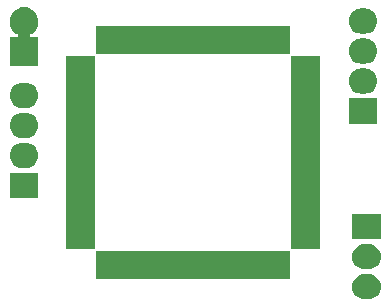
<source format=gbr>
G04 #@! TF.GenerationSoftware,KiCad,Pcbnew,6.0.0-rc1-unknown-1088786~66~ubuntu16.04.1*
G04 #@! TF.CreationDate,2018-12-29T10:22:54+01:00
G04 #@! TF.ProjectId,audi_concert1_chorus1_volume_fix,61756469-5f63-46f6-9e63-657274315f63,rev?*
G04 #@! TF.SameCoordinates,Original*
G04 #@! TF.FileFunction,Soldermask,Bot*
G04 #@! TF.FilePolarity,Negative*
%FSLAX46Y46*%
G04 Gerber Fmt 4.6, Leading zero omitted, Abs format (unit mm)*
G04 Created by KiCad (PCBNEW 6.0.0-rc1-unknown-1088786~66~ubuntu16.04.1) date So 29. december 2018, 10:22:54 CET*
%MOMM*%
%LPD*%
G04 APERTURE LIST*
%ADD10C,0.050000*%
G04 APERTURE END LIST*
D10*
G36*
X194975703Y-117036389D02*
G01*
X195176191Y-117097207D01*
X195360964Y-117195969D01*
X195522918Y-117328882D01*
X195655831Y-117490836D01*
X195754593Y-117675609D01*
X195815411Y-117876097D01*
X195835946Y-118084600D01*
X195815411Y-118293103D01*
X195754593Y-118493591D01*
X195655831Y-118678364D01*
X195522918Y-118840318D01*
X195360964Y-118973231D01*
X195176191Y-119071993D01*
X194975703Y-119132811D01*
X194819451Y-119148200D01*
X194410149Y-119148200D01*
X194253897Y-119132811D01*
X194053409Y-119071993D01*
X193868636Y-118973231D01*
X193706682Y-118840318D01*
X193573769Y-118678364D01*
X193475007Y-118493591D01*
X193414189Y-118293103D01*
X193393654Y-118084600D01*
X193414189Y-117876097D01*
X193475007Y-117675609D01*
X193573769Y-117490836D01*
X193706682Y-117328882D01*
X193868636Y-117195969D01*
X194053409Y-117097207D01*
X194253897Y-117036389D01*
X194410149Y-117021000D01*
X194819451Y-117021000D01*
X194975703Y-117036389D01*
X194975703Y-117036389D01*
G37*
G36*
X188155601Y-115031400D02*
G01*
X188155601Y-117446400D01*
X171753601Y-117446400D01*
X171753601Y-115031400D01*
X171751744Y-115012543D01*
X171770601Y-115014400D01*
X188138601Y-115014400D01*
X188157458Y-115012543D01*
X188155601Y-115031400D01*
X188155601Y-115031400D01*
G37*
G36*
X194975703Y-114496389D02*
G01*
X195176191Y-114557207D01*
X195360964Y-114655969D01*
X195522918Y-114788882D01*
X195655831Y-114950836D01*
X195754593Y-115135609D01*
X195815411Y-115336097D01*
X195835946Y-115544600D01*
X195815411Y-115753103D01*
X195754593Y-115953591D01*
X195655831Y-116138364D01*
X195522918Y-116300318D01*
X195360964Y-116433231D01*
X195176191Y-116531993D01*
X194975703Y-116592811D01*
X194819451Y-116608200D01*
X194410149Y-116608200D01*
X194253897Y-116592811D01*
X194053409Y-116531993D01*
X193868636Y-116433231D01*
X193706682Y-116300318D01*
X193573769Y-116138364D01*
X193475007Y-115953591D01*
X193414189Y-115753103D01*
X193393654Y-115544600D01*
X193414189Y-115336097D01*
X193475007Y-115135609D01*
X193573769Y-114950836D01*
X193706682Y-114788882D01*
X193868636Y-114655969D01*
X194053409Y-114557207D01*
X194253897Y-114496389D01*
X194410149Y-114481000D01*
X194819451Y-114481000D01*
X194975703Y-114496389D01*
X194975703Y-114496389D01*
G37*
G36*
X188280601Y-98504400D02*
G01*
X190695601Y-98504400D01*
X190695601Y-114906400D01*
X188280601Y-114906400D01*
X188261744Y-114908257D01*
X188263601Y-114889400D01*
X188263601Y-98521400D01*
X188261744Y-98502543D01*
X188280601Y-98504400D01*
X188280601Y-98504400D01*
G37*
G36*
X171645601Y-98521400D02*
G01*
X171645601Y-114889400D01*
X171647458Y-114908257D01*
X171628601Y-114906400D01*
X169213601Y-114906400D01*
X169213601Y-98504400D01*
X171628601Y-98504400D01*
X171647458Y-98502543D01*
X171645601Y-98521400D01*
X171645601Y-98521400D01*
G37*
G36*
X195830800Y-114068200D02*
G01*
X193398800Y-114068200D01*
X193398800Y-111941000D01*
X195830800Y-111941000D01*
X195830800Y-114068200D01*
X195830800Y-114068200D01*
G37*
G36*
X166849400Y-110563000D02*
G01*
X164417400Y-110563000D01*
X164417400Y-108435800D01*
X166849400Y-108435800D01*
X166849400Y-110563000D01*
X166849400Y-110563000D01*
G37*
G36*
X165994303Y-105911189D02*
G01*
X166194791Y-105972007D01*
X166379564Y-106070769D01*
X166541518Y-106203682D01*
X166674431Y-106365636D01*
X166773193Y-106550409D01*
X166834011Y-106750897D01*
X166854546Y-106959400D01*
X166834011Y-107167903D01*
X166773193Y-107368391D01*
X166674431Y-107553164D01*
X166541518Y-107715118D01*
X166379564Y-107848031D01*
X166194791Y-107946793D01*
X165994303Y-108007611D01*
X165838051Y-108023000D01*
X165428749Y-108023000D01*
X165272497Y-108007611D01*
X165072009Y-107946793D01*
X164887236Y-107848031D01*
X164725282Y-107715118D01*
X164592369Y-107553164D01*
X164493607Y-107368391D01*
X164432789Y-107167903D01*
X164412254Y-106959400D01*
X164432789Y-106750897D01*
X164493607Y-106550409D01*
X164592369Y-106365636D01*
X164725282Y-106203682D01*
X164887236Y-106070769D01*
X165072009Y-105972007D01*
X165272497Y-105911189D01*
X165428749Y-105895800D01*
X165838051Y-105895800D01*
X165994303Y-105911189D01*
X165994303Y-105911189D01*
G37*
G36*
X165994303Y-103371189D02*
G01*
X166194791Y-103432007D01*
X166379564Y-103530769D01*
X166541518Y-103663682D01*
X166674431Y-103825636D01*
X166773193Y-104010409D01*
X166834011Y-104210897D01*
X166854546Y-104419400D01*
X166834011Y-104627903D01*
X166773193Y-104828391D01*
X166674431Y-105013164D01*
X166541518Y-105175118D01*
X166379564Y-105308031D01*
X166194791Y-105406793D01*
X165994303Y-105467611D01*
X165838051Y-105483000D01*
X165428749Y-105483000D01*
X165272497Y-105467611D01*
X165072009Y-105406793D01*
X164887236Y-105308031D01*
X164725282Y-105175118D01*
X164592369Y-105013164D01*
X164493607Y-104828391D01*
X164432789Y-104627903D01*
X164412254Y-104419400D01*
X164432789Y-104210897D01*
X164493607Y-104010409D01*
X164592369Y-103825636D01*
X164725282Y-103663682D01*
X164887236Y-103530769D01*
X165072009Y-103432007D01*
X165272497Y-103371189D01*
X165428749Y-103355800D01*
X165838051Y-103355800D01*
X165994303Y-103371189D01*
X165994303Y-103371189D01*
G37*
G36*
X195551400Y-104263800D02*
G01*
X193119400Y-104263800D01*
X193119400Y-102136600D01*
X195551400Y-102136600D01*
X195551400Y-104263800D01*
X195551400Y-104263800D01*
G37*
G36*
X165994303Y-100831189D02*
G01*
X166194791Y-100892007D01*
X166379564Y-100990769D01*
X166541518Y-101123682D01*
X166674431Y-101285636D01*
X166773193Y-101470409D01*
X166834011Y-101670897D01*
X166854546Y-101879400D01*
X166834011Y-102087903D01*
X166773193Y-102288391D01*
X166674431Y-102473164D01*
X166541518Y-102635118D01*
X166379564Y-102768031D01*
X166194791Y-102866793D01*
X165994303Y-102927611D01*
X165838051Y-102943000D01*
X165428749Y-102943000D01*
X165272497Y-102927611D01*
X165072009Y-102866793D01*
X164887236Y-102768031D01*
X164725282Y-102635118D01*
X164592369Y-102473164D01*
X164493607Y-102288391D01*
X164432789Y-102087903D01*
X164412254Y-101879400D01*
X164432789Y-101670897D01*
X164493607Y-101470409D01*
X164592369Y-101285636D01*
X164725282Y-101123682D01*
X164887236Y-100990769D01*
X165072009Y-100892007D01*
X165272497Y-100831189D01*
X165428749Y-100815800D01*
X165838051Y-100815800D01*
X165994303Y-100831189D01*
X165994303Y-100831189D01*
G37*
G36*
X194696303Y-99611989D02*
G01*
X194896791Y-99672807D01*
X195081564Y-99771569D01*
X195243518Y-99904482D01*
X195376431Y-100066436D01*
X195475193Y-100251209D01*
X195536011Y-100451697D01*
X195556546Y-100660200D01*
X195536011Y-100868703D01*
X195475193Y-101069191D01*
X195376431Y-101253964D01*
X195243518Y-101415918D01*
X195081564Y-101548831D01*
X194896791Y-101647593D01*
X194696303Y-101708411D01*
X194540051Y-101723800D01*
X194130749Y-101723800D01*
X193974497Y-101708411D01*
X193774009Y-101647593D01*
X193589236Y-101548831D01*
X193427282Y-101415918D01*
X193294369Y-101253964D01*
X193195607Y-101069191D01*
X193134789Y-100868703D01*
X193114254Y-100660200D01*
X193134789Y-100451697D01*
X193195607Y-100251209D01*
X193294369Y-100066436D01*
X193427282Y-99904482D01*
X193589236Y-99771569D01*
X193774009Y-99672807D01*
X193974497Y-99611989D01*
X194130749Y-99596600D01*
X194540051Y-99596600D01*
X194696303Y-99611989D01*
X194696303Y-99611989D01*
G37*
G36*
X165752681Y-94420865D02*
G01*
X165871778Y-94432595D01*
X166024589Y-94478950D01*
X166100995Y-94502127D01*
X166156862Y-94531989D01*
X166312242Y-94615041D01*
X166497402Y-94766998D01*
X166649359Y-94952158D01*
X166732096Y-95106948D01*
X166762273Y-95163405D01*
X166762273Y-95163406D01*
X166831805Y-95392622D01*
X166855283Y-95631000D01*
X166831805Y-95869378D01*
X166802980Y-95964400D01*
X166762273Y-96098595D01*
X166732096Y-96155052D01*
X166649359Y-96309842D01*
X166497402Y-96495002D01*
X166312242Y-96646959D01*
X166176040Y-96719760D01*
X166155666Y-96733374D01*
X166138339Y-96750701D01*
X166124725Y-96771076D01*
X166115347Y-96793715D01*
X166110567Y-96817748D01*
X166110567Y-96842252D01*
X166115348Y-96866286D01*
X166124725Y-96888925D01*
X166138339Y-96909299D01*
X166155666Y-96926626D01*
X166176041Y-96940240D01*
X166198680Y-96949618D01*
X166234965Y-96955000D01*
X166849400Y-96955000D01*
X166849400Y-99387000D01*
X164417400Y-99387000D01*
X164417400Y-96955000D01*
X165031835Y-96955000D01*
X165056221Y-96952598D01*
X165079670Y-96945485D01*
X165101281Y-96933934D01*
X165120223Y-96918388D01*
X165135769Y-96899446D01*
X165147320Y-96877835D01*
X165154433Y-96854386D01*
X165156835Y-96830000D01*
X165154433Y-96805614D01*
X165147320Y-96782165D01*
X165135769Y-96760554D01*
X165120223Y-96741612D01*
X165090760Y-96719760D01*
X164954558Y-96646959D01*
X164769398Y-96495002D01*
X164617441Y-96309842D01*
X164534704Y-96155052D01*
X164504527Y-96098595D01*
X164463820Y-95964400D01*
X164434995Y-95869378D01*
X164411517Y-95631000D01*
X164434995Y-95392622D01*
X164504527Y-95163406D01*
X164504527Y-95163405D01*
X164534704Y-95106948D01*
X164617441Y-94952158D01*
X164769398Y-94766998D01*
X164954558Y-94615041D01*
X165109938Y-94531989D01*
X165165805Y-94502127D01*
X165242211Y-94478950D01*
X165395022Y-94432595D01*
X165514119Y-94420865D01*
X165573667Y-94415000D01*
X165693133Y-94415000D01*
X165752681Y-94420865D01*
X165752681Y-94420865D01*
G37*
G36*
X194696303Y-97071989D02*
G01*
X194896791Y-97132807D01*
X195081564Y-97231569D01*
X195243518Y-97364482D01*
X195376431Y-97526436D01*
X195475193Y-97711209D01*
X195536011Y-97911697D01*
X195556546Y-98120200D01*
X195536011Y-98328703D01*
X195475193Y-98529191D01*
X195376431Y-98713964D01*
X195243518Y-98875918D01*
X195081564Y-99008831D01*
X194896791Y-99107593D01*
X194696303Y-99168411D01*
X194540051Y-99183800D01*
X194130749Y-99183800D01*
X193974497Y-99168411D01*
X193774009Y-99107593D01*
X193589236Y-99008831D01*
X193427282Y-98875918D01*
X193294369Y-98713964D01*
X193195607Y-98529191D01*
X193134789Y-98328703D01*
X193114254Y-98120200D01*
X193134789Y-97911697D01*
X193195607Y-97711209D01*
X193294369Y-97526436D01*
X193427282Y-97364482D01*
X193589236Y-97231569D01*
X193774009Y-97132807D01*
X193974497Y-97071989D01*
X194130749Y-97056600D01*
X194540051Y-97056600D01*
X194696303Y-97071989D01*
X194696303Y-97071989D01*
G37*
G36*
X188155601Y-98379400D02*
G01*
X188157458Y-98398257D01*
X188138601Y-98396400D01*
X171770601Y-98396400D01*
X171751744Y-98398257D01*
X171753601Y-98379400D01*
X171753601Y-95964400D01*
X188155601Y-95964400D01*
X188155601Y-98379400D01*
X188155601Y-98379400D01*
G37*
G36*
X194696303Y-94531989D02*
G01*
X194896791Y-94592807D01*
X195081564Y-94691569D01*
X195243518Y-94824482D01*
X195376431Y-94986436D01*
X195475193Y-95171209D01*
X195536011Y-95371697D01*
X195556546Y-95580200D01*
X195536011Y-95788703D01*
X195475193Y-95989191D01*
X195376431Y-96173964D01*
X195243518Y-96335918D01*
X195081564Y-96468831D01*
X194896791Y-96567593D01*
X194696303Y-96628411D01*
X194540051Y-96643800D01*
X194130749Y-96643800D01*
X193974497Y-96628411D01*
X193774009Y-96567593D01*
X193589236Y-96468831D01*
X193427282Y-96335918D01*
X193294369Y-96173964D01*
X193195607Y-95989191D01*
X193134789Y-95788703D01*
X193114254Y-95580200D01*
X193134789Y-95371697D01*
X193195607Y-95171209D01*
X193294369Y-94986436D01*
X193427282Y-94824482D01*
X193589236Y-94691569D01*
X193774009Y-94592807D01*
X193974497Y-94531989D01*
X194130749Y-94516600D01*
X194540051Y-94516600D01*
X194696303Y-94531989D01*
X194696303Y-94531989D01*
G37*
M02*

</source>
